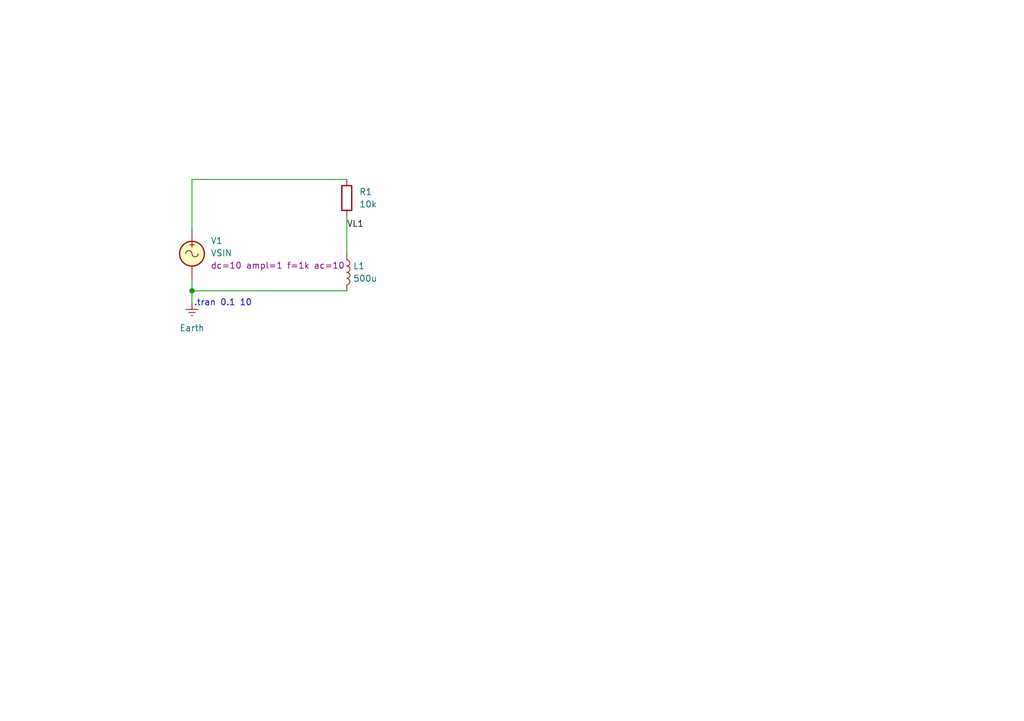
<source format=kicad_sch>
(kicad_sch (version 20231120) (generator "eeschema") (generator_version "8.0")
  (paper "A5")
  (lib_symbols
    (symbol "Device:L" (pin_numbers hide) (pin_names (offset 1.016) hide)
      (property "Reference" "L" (at -1.27 0 90))
      (property "Value" "L" (at 1.905 0 90))
      (symbol "L_0_1"
        (arc (start 0 -2.54) (mid 0.6323 -1.905) (end 0 -1.27))
        (arc (start 0 -1.27) (mid 0.6323 -0.635) (end 0 0))
        (arc (start 0 0) (mid 0.6323 0.635) (end 0 1.27))
        (arc (start 0 1.27) (mid 0.6323 1.905) (end 0 2.54))
      )
      (symbol "L_1_1"
        (pin passive line (at 0 3.81 270) (length 1.27) (name "1") (number "1"))
        (pin passive line (at 0 -3.81 90) (length 1.27) (name "2") (number "2"))
      )
    )
    (symbol "Device:R" (pin_numbers hide) (pin_names (offset 0))
      (property "Reference" "R" (at 2.032 0 90))
      (property "Value" "R" (at 0 0 90))
      (symbol "R_0_1"
        (rectangle (start -1.016 -2.54) (end 1.016 2.54) (stroke (width 0.254)))
      )
      (symbol "R_1_1"
        (pin passive line (at 0 3.81 270) (length 1.27) (name "~") (number "1"))
        (pin passive line (at 0 -3.81 90) (length 1.27) (name "~") (number "2"))
      )
    )
    (symbol "Simulation_SPICE:VSIN" (pin_numbers hide) (pin_names (offset 0.0254))
      (property "Reference" "V" (at 2.54 2.54 0))
      (property "Value" "VSIN" (at 2.54 0 0))
      (property "Sim.Params" "dc=0 ampl=1 f=1k ac=1" (at 2.54 -2.54 0))
      (symbol "VSIN_0_0"
        (arc (start 0 0) (mid -0.635 0.6323) (end -1.27 0))
        (arc (start 0 0) (mid 0.635 -0.6323) (end 1.27 0))
        (text "+" (at 0 1.905 0) (effects (font (size 1.27 1.27))))
      )
      (symbol "VSIN_0_1"
        (circle (center 0 0) (radius 2.54) (stroke (width 0.254)) (fill (type background)))
      )
      (symbol "VSIN_1_1"
        (pin passive line (at 0 5.08 270) (length 2.54) (name "~") (number "1"))
        (pin passive line (at 0 -5.08 90) (length 2.54) (name "~") (number "2"))
      )
    )
    (symbol "power:Earth" (power) (pin_numbers hide) (pin_names (offset 0) hide)
      (property "Value" "Earth" (at 0 -3.81 0))
      (symbol "Earth_0_1"
        (polyline (pts (xy -0.635 -1.905) (xy 0.635 -1.905)))
        (polyline (pts (xy -0.127 -2.54) (xy 0.127 -2.54)))
        (polyline (pts (xy 0 -1.27) (xy 0 0)))
        (polyline (pts (xy 1.27 -1.27) (xy -1.27 -1.27)))
      )
      (symbol "Earth_1_1"
        (pin power_in line (at 0 0 270) (length 0) (name "~") (number "1"))
      )
    )
  )
  (junction (at 39.37 59.69))
  (wire (pts (xy 39.37 46.99) (xy 39.37 36.83)))
  (wire (pts (xy 39.37 62.23) (xy 39.37 59.69)))
  (wire (pts (xy 71.12 59.69) (xy 39.37 59.69)))
  (wire (pts (xy 71.12 44.45) (xy 71.12 52.07)))
  (wire (pts (xy 39.37 36.83) (xy 71.12 36.83)))
  (wire (pts (xy 39.37 59.69) (xy 39.37 57.15)))
  (text ".tran 0.1 10\n" (at 45.72 62.23 0) (effects (font (size 1.27 1.27))))
  (label "VL1" (at 71.12 46.99 0))
  (symbol (lib_id "Device:L") (at 71.12 55.88 0) (unit 1)
    (property "Reference" "L1" (at 72.39 54.6099 0) (effects (justify left)))
    (property "Value" "500u" (at 72.39 57.1499 0) (effects (justify left)))
    (property "Description" "Inductor" (effects (hide yes)))
  )
  (symbol (lib_id "power:Earth") (at 39.37 62.23 0) (unit 1)
    (property "Reference" "#PWR01" (effects (hide yes)))
    (property "Value" "Earth" (at 39.37 67.31 0))
    (property "Description" "Power symbol creates a global label with name \"Earth\"" (effects (hide yes)))
  )
  (symbol (lib_id "Device:R") (at 71.12 40.64 0) (unit 1)
    (property "Reference" "R1" (at 73.66 39.3699 0) (effects (justify left)))
    (property "Value" "10k" (at 73.66 41.9099 0) (effects (justify left)))
    (property "Description" "Resistor" (effects (hide yes)))
  )
  (symbol (lib_id "Simulation_SPICE:VSIN") (at 39.37 52.07 0) (unit 1)
    (property "Reference" "V1" (at 43.18 49.4001 0) (effects (justify left)))
    (property "Value" "VSIN" (at 43.18 51.9401 0) (effects (justify left)))
    (property "Datasheet" "https://ngspice.sourceforge.io/docs/ngspice-html-manual/manual.xhtml#sec_Independent_Sources_for" (effects (hide yes)))
    (property "Description" "Voltage source, sinusoidal" (effects (hide yes)))
    (property "Sim.Pins" "1=+ 2=-" (effects (hide yes)))
    (property "Sim.Params" "dc=10 ampl=1 f=1k ac=10" (at 43.18 54.4801 0) (effects (justify left)))
    (property "Sim.Type" "SIN" (effects (hide yes)))
    (property "Sim.Device" "V" (effects (hide yes)))
  )
)
</source>
